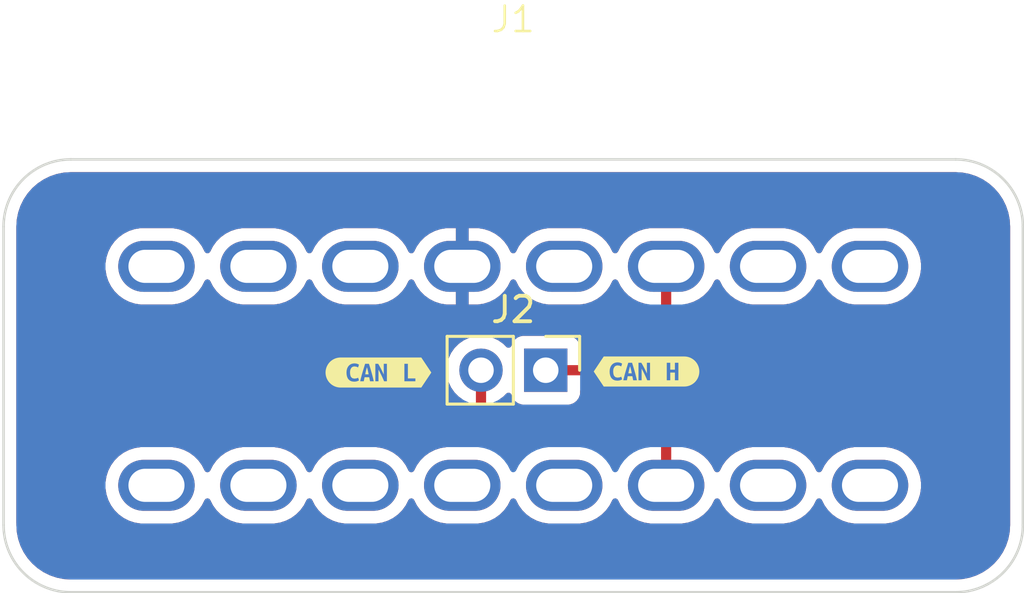
<source format=kicad_pcb>
(kicad_pcb (version 20240108) (generator "pcbnew") (generator_version "8.0")
  (layers (0 "F.Cu" signal) (31 "B.Cu" signal) (34 "B.Paste" user) (35 "F.Paste" user) (36 "B.SilkS" user "B.Silkscreen") (37 "F.SilkS" user "F.Silkscreen") (38 "B.Mask" user) (39 "F.Mask" user) (44 "Edge.Cuts" user))
  (net 0 "")
  (net 1 "/CAN_H")
  (net 2 "/CAN_L")
  (net 16 "Earth")
  (footprint "Connector_PinHeader_2.54mm:PinHeader_1x02_P2.54mm_Vertical" (layer "F.Cu") (at 116.175 61.08 -90)
    (property "Reference" "J2" (at -2.38 1.275 180) (layer "F.SilkS"))
    (property "Value" "Conn_01x02")
    (fp_line (start -1.33 3.87) (end 1.33 3.87) (stroke (width 0.12)) (layer "F.SilkS"))
    (fp_line (start -1.33 1.27) (end -1.33 3.87) (stroke (width 0.12)) (layer "F.SilkS"))
    (fp_line (start -1.33 1.27) (end 1.33 1.27) (stroke (width 0.12)) (layer "F.SilkS"))
    (fp_line (start 1.33 1.27) (end 1.33 3.87) (stroke (width 0.12)) (layer "F.SilkS"))
    (fp_line (start -1.33 0) (end -1.33 -1.33) (stroke (width 0.12)) (layer "F.SilkS"))
    (fp_line (start -1.33 -1.33) (end 0 -1.33) (stroke (width 0.12)) (layer "F.SilkS"))
    (pad "1" thru_hole rect (at 0 0 270) (size 1.7 1.7) (drill 1) (layers "*.Cu" "*.Mask") (net 1 "/CAN_H"))
    (pad "2" thru_hole oval (at 0 2.54 270) (size 1.7 1.7) (drill 1) (layers "*.Cu" "*.Mask") (net 2 "/CAN_L"))
  )
  (footprint "kibuzzard-66467618" (layer "F.Cu") (at 109.61 61.17)
    (property "Reference" "kibuzzard-66467618" (hide yes))
    (property "Value" "G***" (hide yes))
    (fp_poly (pts (xy -0.451106 -0.210026) (xy -0.471664 -0.136128) (xy -0.489444 -0.067231) (xy -0.505001 0.001111) (xy -0.518892 0.072231) (xy -0.384431 0.072231) (xy -0.397766 0.001111) (xy -0.412768 -0.067231) (xy -0.430548 -0.136128) (xy -0.451106 -0.210026)) (fill solid) (layer "F.SilkS"))
    (fp_poly (pts (xy -1.253428 -0.590444) (xy -1.484939 -0.590444) (xy -1.542812 -0.587601) (xy -1.600129 -0.579099) (xy -1.656336 -0.56502) (xy -1.710892 -0.545499) (xy -1.763272 -0.520725) (xy -1.812972 -0.490936) (xy -1.859512 -0.45642) (xy -1.902446 -0.417507) (xy -1.941358 -0.374574) (xy -1.975875 -0.328033) (xy -2.005664 -0.278333) (xy -2.030438 -0.225953) (xy -2.049959 -0.171397) (xy -2.064038 -0.11519) (xy -2.07254 -0.057874) (xy -2.075383 0) (xy -2.07254 0.057874) (xy -2.064038 0.11519) (xy -2.049959 0.171397) (xy -2.030438 0.225953) (xy -2.005664 0.278333) (xy -1.975875 0.328033) (xy -1.941358 0.374574) (xy -1.902446 0.417507) (xy -1.859512 0.45642) (xy -1.812972 0.490936) (xy -1.763272 0.520725) (xy -1.710892 0.545499) (xy -1.656336 0.56502) (xy -1.600129 0.579099) (xy -1.542812 0.587601) (xy -1.484939 0.590444) (xy -1.253428 0.590444) (xy -0.954502 0.590444) (xy -0.954502 0.358934) (xy -1.043896 0.348562) (xy -1.117979 0.317447) (xy -1.176752 0.265589) (xy -1.210298 0.213985) (xy -1.234259 0.152519) (xy -1.248636 0.081191) (xy -1.253428 0) (xy -1.247594 -0.080843) (xy -1.230092 -0.152241) (xy -1.202172 -0.213777) (xy -1.165084 -0.265033) (xy -1.119523 -0.305594) (xy -1.066183 -0.335042) (xy -1.006314 -0.352961) (xy -0.941167 -0.358934) (xy -0.875048 -0.352822) (xy -0.823375 -0.338931) (xy -0.786148 -0.322263) (xy -0.763367 -0.308928) (xy -0.798927 -0.200025) (xy -0.860601 -0.228362) (xy -0.94339 -0.24003) (xy -1.006175 -0.228362) (xy -1.060626 -0.189468) (xy -1.09952 -0.116681) (xy -1.110772 -0.065564) (xy -1.114522 -0.003334) (xy -1.110015 0.069083) (xy -1.096495 0.129275) (xy -1.073961 0.177244) (xy -1.020482 0.224334) (xy -0.941167 0.24003) (xy -0.852823 0.227806) (xy -0.796705 0.203359) (xy -0.762256 0.31115) (xy -0.840599 0.343932) (xy -0.8938 0.355183) (xy -0.954502 0.358934) (xy -0.954502 0.590444) (xy -0.328868 0.590444) (xy -0.328868 0.344487) (xy -0.361095 0.185579) (xy -0.544451 0.185579) (xy -0.575566 0.344487) (xy -0.717806 0.344487) (xy -0.698203 0.264589) (xy -0.678512 0.187579) (xy -0.658732 0.113459) (xy -0.638863 0.042227) (xy -0.618905 -0.026114) (xy -0.59411 -0.108659) (xy -0.569732 -0.189051) (xy -0.54577 -0.26729) (xy -0.522226 -0.343376) (xy -0.373318 -0.343376) (xy -0.348905 -0.266665) (xy -0.324562 -0.187662) (xy -0.300288 -0.106367) (xy -0.276084 -0.022781) (xy -0.256859 0.046139) (xy -0.237857 0.117326) (xy -0.219077 0.190779) (xy -0.200519 0.2665) (xy -0.182183 0.344487) (xy -0.328868 0.344487) (xy -0.328868 0.590444) (xy 0.222312 0.590444) (xy 0.222312 0.344487) (xy 0.190271 0.268243) (xy 0.156378 0.192123) (xy 0.120632 0.116126) (xy 0.083035 0.040128) (xy 0.043586 -0.035992) (xy 0.002284 -0.112236) (xy 0.002284 0.344487) (xy -0.121065 0.344487) (xy -0.121065 -0.343376) (xy -0.011051 -0.343376) (xy 0.020064 -0.292398) (xy 0.051179 -0.237252) (xy 0.081878 -0.180161) (xy 0.111742 -0.123349) (xy 0.140079 -0.067508) (xy 0.166194 -0.013335) (xy 0.189391 0.036671) (xy 0.208977 0.08001) (xy 0.208977 -0.343376) (xy 0.332325 -0.343376) (xy 0.332325 0.344487) (xy 0.222312 0.344487) (xy 0.222312 0.590444) (xy 1.450243 0.590444) (xy 1.450243 0.344487) (xy 1.017967 0.344487) (xy 1.017967 -0.343376) (xy 1.155762 -0.343376) (xy 1.155762 0.23114) (xy 1.450243 0.23114) (xy 1.450243 0.344487) (xy 1.450243 0.590444) (xy 1.681753 0.590444) (xy 2.075383 0) (xy 1.681753 -0.590444) (xy 1.450243 -0.590444) (xy -1.253428 -0.590444)) (fill solid) (layer "F.SilkS"))
  )
  (footprint "Case:OBD-II-Sparkfun" (layer "F.Cu") (at 114.9 47.8)
    (property "Reference" "J1" (at 0 -0.5 0) (layer "F.SilkS") (effects (font (thickness 0.1))))
    (property "Value" "Conn_02x08_Counter_Clockwise")
    (fp_line (start -20 19.361522) (end -20 7.638478) (stroke (width 0.1)) (layer "Edge.Cuts"))
    (fp_line (start -17.361522 5) (end 17.361522 5) (stroke (width 0.1)) (layer "Edge.Cuts"))
    (fp_line (start 17.361522 22) (end -17.36 22) (stroke (width 0.1)) (layer "Edge.Cuts"))
    (fp_line (start 20 7.638478) (end 20 19.361522) (stroke (width 0.1)) (layer "Edge.Cuts"))
    (fp_arc (start -20 7.638478) (mid -19.227208 5.772792) (end -17.361522 5) (stroke (width 0.1)) (layer "Edge.Cuts"))
    (fp_arc (start -17.36 22) (mid -19.225686 21.227208) (end -19.998478 19.361522) (stroke (width 0.1)) (layer "Edge.Cuts"))
    (fp_arc (start 17.361522 5) (mid 19.227201 5.772799) (end 20 7.638478) (stroke (width 0.1)) (layer "Edge.Cuts"))
    (fp_arc (start 20 19.361522) (mid 19.227207 21.227207) (end 17.361522 22) (stroke (width 0.1)) (layer "Edge.Cuts"))
    (pad "1" thru_hole oval (at -14 9.2) (size 3 2) (drill oval 2.2 1.3) (layers "*.Cu" "*.Mask"))
    (pad "2" thru_hole oval (at -10 9.2) (size 3 2) (drill oval 2.2 1.3) (layers "*.Cu" "*.Mask"))
    (pad "3" thru_hole oval (at -6 9.2) (size 3 2) (drill oval 2.2 1.3) (layers "*.Cu" "*.Mask"))
    (pad "4" thru_hole oval (at -2 9.2) (size 3 2) (drill oval 2.2 1.3) (layers "*.Cu" "*.Mask") (net 16 "Earth"))
    (pad "5" thru_hole oval (at 2 9.2) (size 3 2) (drill oval 2.2 1.3) (layers "*.Cu" "*.Mask"))
    (pad "6" thru_hole oval (at 6 9.2) (size 3 2) (drill oval 2.2 1.3) (layers "*.Cu" "*.Mask") (net 1 "/CAN_H"))
    (pad "7" thru_hole oval (at 10 9.2) (size 3 2) (drill oval 2.2 1.3) (layers "*.Cu" "*.Mask"))
    (pad "8" thru_hole oval (at 14 9.2) (size 3 2) (drill oval 2.2 1.3) (layers "*.Cu" "*.Mask"))
    (pad "9" thru_hole oval (at -14 17.8) (size 3 2) (drill oval 2.2 1.3) (layers "*.Cu" "*.Mask"))
    (pad "10" thru_hole oval (at -10 17.8) (size 3 2) (drill oval 2.2 1.3) (layers "*.Cu" "*.Mask"))
    (pad "11" thru_hole oval (at -6 17.8) (size 3 2) (drill oval 2.2 1.3) (layers "*.Cu" "*.Mask"))
    (pad "12" thru_hole oval (at -2 17.8) (size 3 2) (drill oval 2.2 1.3) (layers "*.Cu" "*.Mask"))
    (pad "13" thru_hole oval (at 2 17.8) (size 3 2) (drill oval 2.2 1.3) (layers "*.Cu" "*.Mask"))
    (pad "14" thru_hole oval (at 6 17.8) (size 3 2) (drill oval 2.2 1.3) (layers "*.Cu" "*.Mask") (net 2 "/CAN_L"))
    (pad "15" thru_hole oval (at 10 17.8) (size 3 2) (drill oval 2.2 1.3) (layers "*.Cu" "*.Mask"))
    (pad "16" thru_hole oval (at 14 17.8) (size 3 2) (drill oval 2.2 1.3) (layers "*.Cu" "*.Mask"))
  )
  (footprint "kibuzzard-6646749E" (layer "F.Cu") (at 120.13 61.13)
    (property "Reference" "kibuzzard-6646749E" (hide yes))
    (property "Value" "G***" (hide yes))
    (fp_poly (pts (xy -0.645142 -0.210026) (xy -0.6657 -0.136128) (xy -0.68348 -0.067231) (xy -0.699038 0.001111) (xy -0.712929 0.072231) (xy -0.578467 0.072231) (xy -0.591802 0.001111) (xy -0.606804 -0.067231) (xy -0.624584 -0.136128) (xy -0.645142 -0.210026)) (fill solid) (layer "F.SilkS"))
    (fp_poly (pts (xy -1.447465 -0.590444) (xy -1.678975 -0.590444) (xy -2.072605 0) (xy -1.678975 0.590444) (xy -1.447465 0.590444) (xy -1.148539 0.590444) (xy -1.148539 0.358934) (xy -1.237933 0.348562) (xy -1.312016 0.317447) (xy -1.370789 0.265589) (xy -1.404334 0.213985) (xy -1.428296 0.152519) (xy -1.442673 0.081191) (xy -1.447465 0) (xy -1.441631 -0.080843) (xy -1.424129 -0.152241) (xy -1.396208 -0.213777) (xy -1.35912 -0.265033) (xy -1.313559 -0.305594) (xy -1.260219 -0.335042) (xy -1.200351 -0.352961) (xy -1.135204 -0.358934) (xy -1.069084 -0.352822) (xy -1.017411 -0.338931) (xy -0.980184 -0.322263) (xy -0.957404 -0.308928) (xy -0.992964 -0.200025) (xy -1.054638 -0.228362) (xy -1.137426 -0.24003) (xy -1.200212 -0.228362) (xy -1.254663 -0.189468) (xy -1.293557 -0.116681) (xy -1.304808 -0.065564) (xy -1.308559 -0.003334) (xy -1.304052 0.069083) (xy -1.290532 0.129275) (xy -1.267998 0.177244) (xy -1.214519 0.224334) (xy -1.135204 0.24003) (xy -1.046859 0.227806) (xy -0.990741 0.203359) (xy -0.956292 0.31115) (xy -1.034635 0.343932) (xy -1.087837 0.355183) (xy -1.148539 0.358934) (xy -1.148539 0.590444) (xy -0.522905 0.590444) (xy -0.522905 0.344487) (xy -0.555131 0.185579) (xy -0.738487 0.185579) (xy -0.769602 0.344487) (xy -0.911842 0.344487) (xy -0.89224 0.264589) (xy -0.872549 0.187579) (xy -0.852768 0.113459) (xy -0.832899 0.042227) (xy -0.812941 -0.026114) (xy -0.788146 -0.108659) (xy -0.763768 -0.189051) (xy -0.739807 -0.26729) (xy -0.716262 -0.343376) (xy -0.567355 -0.343376) (xy -0.542942 -0.266665) (xy -0.518599 -0.187662) (xy -0.494325 -0.106367) (xy -0.47012 -0.022781) (xy -0.450896 0.046139) (xy -0.431893 0.117326) (xy -0.413113 0.190779) (xy -0.394555 0.2665) (xy -0.37622 0.344487) (xy -0.522905 0.344487) (xy -0.522905 0.590444) (xy 0.028275 0.590444) (xy 0.028275 0.344487) (xy -0.003766 0.268243) (xy -0.037659 0.192123) (xy -0.073404 0.116126) (xy -0.111002 0.040128) (xy -0.150451 -0.035992) (xy -0.191752 -0.112236) (xy -0.191752 0.344487) (xy -0.315101 0.344487) (xy -0.315101 -0.343376) (xy -0.205087 -0.343376) (xy -0.173972 -0.292398) (xy -0.142857 -0.237252) (xy -0.112159 -0.180161) (xy -0.082294 -0.123349) (xy -0.053957 -0.067508) (xy -0.027843 -0.013335) (xy -0.004646 0.036671) (xy 0.01494 0.08001) (xy 0.01494 -0.343376) (xy 0.138289 -0.343376) (xy 0.138289 0.344487) (xy 0.028275 0.344487) (xy 0.028275 0.590444) (xy 1.25065 0.590444) (xy 1.25065 0.344487) (xy 1.113966 0.344487) (xy 1.113966 0.041116) (xy 0.931721 0.041116) (xy 0.931721 0.344487) (xy 0.795038 0.344487) (xy 0.795038 -0.343376) (xy 0.931721 -0.343376) (xy 0.931721 -0.072231) (xy 1.113966 -0.072231) (xy 1.113966 -0.343376) (xy 1.25065 -0.343376) (xy 1.25065 0.344487) (xy 1.25065 0.590444) (xy 1.482161 0.590444) (xy 1.540034 0.587601) (xy 1.59735 0.579099) (xy 1.653557 0.56502) (xy 1.708114 0.545499) (xy 1.760494 0.520725) (xy 1.810194 0.490936) (xy 1.856734 0.45642) (xy 1.899668 0.417507) (xy 1.93858 0.374574) (xy 1.973097 0.328033) (xy 2.002886 0.278333) (xy 2.02766 0.225953) (xy 2.04718 0.171397) (xy 2.06126 0.11519) (xy 2.069762 0.057874) (xy 2.072605 0) (xy 2.069762 -0.057874) (xy 2.06126 -0.11519) (xy 2.04718 -0.171397) (xy 2.02766 -0.225953) (xy 2.002886 -0.278333) (xy 1.973097 -0.328033) (xy 1.93858 -0.374574) (xy 1.899668 -0.417507) (xy 1.856734 -0.45642) (xy 1.810194 -0.490936) (xy 1.760494 -0.520725) (xy 1.708114 -0.545499) (xy 1.653557 -0.56502) (xy 1.59735 -0.579099) (xy 1.540034 -0.587601) (xy 1.482161 -0.590444) (xy 1.25065 -0.590444) (xy -1.447465 -0.590444)) (fill solid) (layer "F.SilkS"))
  )
  (segment (start 120.47 61.08) (end 120.9 60.65) (width 0.4) (layer "F.Cu") (net 1))
  (segment (start 120.9 60.65) (end 120.9 57) (width 0.4) (layer "F.Cu") (net 1))
  (segment (start 116.175 61.08) (end 120.47 61.08) (width 0.4) (layer "F.Cu") (net 1))
  (segment (start 120.59 63.69) (end 120.9 64) (width 0.4) (layer "F.Cu") (net 2))
  (segment (start 113.635 63.305) (end 114.02 63.69) (width 0.4) (layer "F.Cu") (net 2))
  (segment (start 120.9 64) (end 120.9 65.6) (width 0.4) (layer "F.Cu") (net 2))
  (segment (start 113.635 61.08) (end 113.635 63.305) (width 0.4) (layer "F.Cu") (net 2))
  (segment (start 114.02 63.69) (end 120.59 63.69) (width 0.4) (layer "F.Cu") (net 2))
  (zone (net 16) (net_name "Earth") (layers "F&B.Cu") (connect_pads (clearance 0.5)) (min_thickness 0.25) (fill yes (thermal_gap 0.5) (thermal_bridge_width 0.5))
    (polygon (pts (xy 94.76 52.73) (xy 134.91 52.73) (xy 134.91 69.78) (xy 94.86 69.78) (xy 94.76 69.68)))
  )
)
</source>
